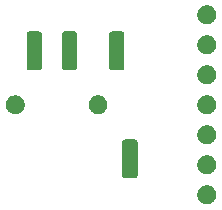
<source format=gbr>
G04 #@! TF.GenerationSoftware,KiCad,Pcbnew,(5.1.5)-3*
G04 #@! TF.CreationDate,2020-12-21T13:14:33+01:00*
G04 #@! TF.ProjectId,epimetheus_mpl3115a2,6570696d-6574-4686-9575-735f6d706c33,rev?*
G04 #@! TF.SameCoordinates,Original*
G04 #@! TF.FileFunction,Soldermask,Top*
G04 #@! TF.FilePolarity,Negative*
%FSLAX46Y46*%
G04 Gerber Fmt 4.6, Leading zero omitted, Abs format (unit mm)*
G04 Created by KiCad (PCBNEW (5.1.5)-3) date 2020-12-21 13:14:33*
%MOMM*%
%LPD*%
G04 APERTURE LIST*
%ADD10C,0.100000*%
G04 APERTURE END LIST*
D10*
G36*
X179815142Y-37826242D02*
G01*
X179963101Y-37887529D01*
X180096255Y-37976499D01*
X180209501Y-38089745D01*
X180298471Y-38222899D01*
X180359758Y-38370858D01*
X180391000Y-38527925D01*
X180391000Y-38688075D01*
X180359758Y-38845142D01*
X180298471Y-38993101D01*
X180209501Y-39126255D01*
X180096255Y-39239501D01*
X179963101Y-39328471D01*
X179815142Y-39389758D01*
X179658075Y-39421000D01*
X179497925Y-39421000D01*
X179340858Y-39389758D01*
X179192899Y-39328471D01*
X179059745Y-39239501D01*
X178946499Y-39126255D01*
X178857529Y-38993101D01*
X178796242Y-38845142D01*
X178765000Y-38688075D01*
X178765000Y-38527925D01*
X178796242Y-38370858D01*
X178857529Y-38222899D01*
X178946499Y-38089745D01*
X179059745Y-37976499D01*
X179192899Y-37887529D01*
X179340858Y-37826242D01*
X179497925Y-37795000D01*
X179658075Y-37795000D01*
X179815142Y-37826242D01*
G37*
G36*
X173512192Y-33914646D02*
G01*
X173561414Y-33929578D01*
X173606778Y-33953826D01*
X173646542Y-33986458D01*
X173679174Y-34026222D01*
X173703422Y-34071586D01*
X173718354Y-34120808D01*
X173724000Y-34178140D01*
X173724000Y-36941860D01*
X173718354Y-36999192D01*
X173703422Y-37048414D01*
X173679174Y-37093778D01*
X173646542Y-37133542D01*
X173606778Y-37166174D01*
X173561414Y-37190422D01*
X173512192Y-37205354D01*
X173454860Y-37211000D01*
X172691140Y-37211000D01*
X172633808Y-37205354D01*
X172584586Y-37190422D01*
X172539222Y-37166174D01*
X172499458Y-37133542D01*
X172466826Y-37093778D01*
X172442578Y-37048414D01*
X172427646Y-36999192D01*
X172422000Y-36941860D01*
X172422000Y-34178140D01*
X172427646Y-34120808D01*
X172442578Y-34071586D01*
X172466826Y-34026222D01*
X172499458Y-33986458D01*
X172539222Y-33953826D01*
X172584586Y-33929578D01*
X172633808Y-33914646D01*
X172691140Y-33909000D01*
X173454860Y-33909000D01*
X173512192Y-33914646D01*
G37*
G36*
X179815142Y-35286242D02*
G01*
X179963101Y-35347529D01*
X180096255Y-35436499D01*
X180209501Y-35549745D01*
X180298471Y-35682899D01*
X180359758Y-35830858D01*
X180391000Y-35987925D01*
X180391000Y-36148075D01*
X180359758Y-36305142D01*
X180298471Y-36453101D01*
X180209501Y-36586255D01*
X180096255Y-36699501D01*
X179963101Y-36788471D01*
X179815142Y-36849758D01*
X179658075Y-36881000D01*
X179497925Y-36881000D01*
X179340858Y-36849758D01*
X179192899Y-36788471D01*
X179059745Y-36699501D01*
X178946499Y-36586255D01*
X178857529Y-36453101D01*
X178796242Y-36305142D01*
X178765000Y-36148075D01*
X178765000Y-35987925D01*
X178796242Y-35830858D01*
X178857529Y-35682899D01*
X178946499Y-35549745D01*
X179059745Y-35436499D01*
X179192899Y-35347529D01*
X179340858Y-35286242D01*
X179497925Y-35255000D01*
X179658075Y-35255000D01*
X179815142Y-35286242D01*
G37*
G36*
X179815142Y-32746242D02*
G01*
X179963101Y-32807529D01*
X180096255Y-32896499D01*
X180209501Y-33009745D01*
X180298471Y-33142899D01*
X180359758Y-33290858D01*
X180391000Y-33447925D01*
X180391000Y-33608075D01*
X180359758Y-33765142D01*
X180298471Y-33913101D01*
X180209501Y-34046255D01*
X180096255Y-34159501D01*
X179963101Y-34248471D01*
X179815142Y-34309758D01*
X179658075Y-34341000D01*
X179497925Y-34341000D01*
X179340858Y-34309758D01*
X179192899Y-34248471D01*
X179059745Y-34159501D01*
X178946499Y-34046255D01*
X178857529Y-33913101D01*
X178796242Y-33765142D01*
X178765000Y-33608075D01*
X178765000Y-33447925D01*
X178796242Y-33290858D01*
X178857529Y-33142899D01*
X178946499Y-33009745D01*
X179059745Y-32896499D01*
X179192899Y-32807529D01*
X179340858Y-32746242D01*
X179497925Y-32715000D01*
X179658075Y-32715000D01*
X179815142Y-32746242D01*
G37*
G36*
X179815142Y-30206242D02*
G01*
X179963101Y-30267529D01*
X180096255Y-30356499D01*
X180209501Y-30469745D01*
X180298471Y-30602899D01*
X180359758Y-30750858D01*
X180391000Y-30907925D01*
X180391000Y-31068075D01*
X180359758Y-31225142D01*
X180298471Y-31373101D01*
X180209501Y-31506255D01*
X180096255Y-31619501D01*
X179963101Y-31708471D01*
X179815142Y-31769758D01*
X179658075Y-31801000D01*
X179497925Y-31801000D01*
X179340858Y-31769758D01*
X179192899Y-31708471D01*
X179059745Y-31619501D01*
X178946499Y-31506255D01*
X178857529Y-31373101D01*
X178796242Y-31225142D01*
X178765000Y-31068075D01*
X178765000Y-30907925D01*
X178796242Y-30750858D01*
X178857529Y-30602899D01*
X178946499Y-30469745D01*
X179059745Y-30356499D01*
X179192899Y-30267529D01*
X179340858Y-30206242D01*
X179497925Y-30175000D01*
X179658075Y-30175000D01*
X179815142Y-30206242D01*
G37*
G36*
X170606642Y-30217781D02*
G01*
X170752414Y-30278162D01*
X170752416Y-30278163D01*
X170883608Y-30365822D01*
X170995178Y-30477392D01*
X171079038Y-30602899D01*
X171082838Y-30608586D01*
X171143219Y-30754358D01*
X171174000Y-30909107D01*
X171174000Y-31066893D01*
X171143219Y-31221642D01*
X171082838Y-31367414D01*
X171082837Y-31367416D01*
X170995178Y-31498608D01*
X170883608Y-31610178D01*
X170752416Y-31697837D01*
X170752415Y-31697838D01*
X170752414Y-31697838D01*
X170606642Y-31758219D01*
X170451893Y-31789000D01*
X170294107Y-31789000D01*
X170139358Y-31758219D01*
X169993586Y-31697838D01*
X169993585Y-31697838D01*
X169993584Y-31697837D01*
X169862392Y-31610178D01*
X169750822Y-31498608D01*
X169663163Y-31367416D01*
X169663162Y-31367414D01*
X169602781Y-31221642D01*
X169572000Y-31066893D01*
X169572000Y-30909107D01*
X169602781Y-30754358D01*
X169663162Y-30608586D01*
X169666962Y-30602899D01*
X169750822Y-30477392D01*
X169862392Y-30365822D01*
X169993584Y-30278163D01*
X169993586Y-30278162D01*
X170139358Y-30217781D01*
X170294107Y-30187000D01*
X170451893Y-30187000D01*
X170606642Y-30217781D01*
G37*
G36*
X163606642Y-30217781D02*
G01*
X163752414Y-30278162D01*
X163752416Y-30278163D01*
X163883608Y-30365822D01*
X163995178Y-30477392D01*
X164079038Y-30602899D01*
X164082838Y-30608586D01*
X164143219Y-30754358D01*
X164174000Y-30909107D01*
X164174000Y-31066893D01*
X164143219Y-31221642D01*
X164082838Y-31367414D01*
X164082837Y-31367416D01*
X163995178Y-31498608D01*
X163883608Y-31610178D01*
X163752416Y-31697837D01*
X163752415Y-31697838D01*
X163752414Y-31697838D01*
X163606642Y-31758219D01*
X163451893Y-31789000D01*
X163294107Y-31789000D01*
X163139358Y-31758219D01*
X162993586Y-31697838D01*
X162993585Y-31697838D01*
X162993584Y-31697837D01*
X162862392Y-31610178D01*
X162750822Y-31498608D01*
X162663163Y-31367416D01*
X162663162Y-31367414D01*
X162602781Y-31221642D01*
X162572000Y-31066893D01*
X162572000Y-30909107D01*
X162602781Y-30754358D01*
X162663162Y-30608586D01*
X162666962Y-30602899D01*
X162750822Y-30477392D01*
X162862392Y-30365822D01*
X162993584Y-30278163D01*
X162993586Y-30278162D01*
X163139358Y-30217781D01*
X163294107Y-30187000D01*
X163451893Y-30187000D01*
X163606642Y-30217781D01*
G37*
G36*
X179815142Y-27666242D02*
G01*
X179963101Y-27727529D01*
X180096255Y-27816499D01*
X180209501Y-27929745D01*
X180298471Y-28062899D01*
X180359758Y-28210858D01*
X180391000Y-28367925D01*
X180391000Y-28528075D01*
X180359758Y-28685142D01*
X180298471Y-28833101D01*
X180209501Y-28966255D01*
X180096255Y-29079501D01*
X179963101Y-29168471D01*
X179815142Y-29229758D01*
X179658075Y-29261000D01*
X179497925Y-29261000D01*
X179340858Y-29229758D01*
X179192899Y-29168471D01*
X179059745Y-29079501D01*
X178946499Y-28966255D01*
X178857529Y-28833101D01*
X178796242Y-28685142D01*
X178765000Y-28528075D01*
X178765000Y-28367925D01*
X178796242Y-28210858D01*
X178857529Y-28062899D01*
X178946499Y-27929745D01*
X179059745Y-27816499D01*
X179192899Y-27727529D01*
X179340858Y-27666242D01*
X179497925Y-27635000D01*
X179658075Y-27635000D01*
X179815142Y-27666242D01*
G37*
G36*
X165412192Y-24770646D02*
G01*
X165461414Y-24785578D01*
X165506778Y-24809826D01*
X165546542Y-24842458D01*
X165579174Y-24882222D01*
X165603422Y-24927586D01*
X165618354Y-24976808D01*
X165624000Y-25034140D01*
X165624000Y-27797860D01*
X165618354Y-27855192D01*
X165603422Y-27904414D01*
X165579174Y-27949778D01*
X165546542Y-27989542D01*
X165506778Y-28022174D01*
X165461414Y-28046422D01*
X165412192Y-28061354D01*
X165354860Y-28067000D01*
X164591140Y-28067000D01*
X164533808Y-28061354D01*
X164484586Y-28046422D01*
X164439222Y-28022174D01*
X164399458Y-27989542D01*
X164366826Y-27949778D01*
X164342578Y-27904414D01*
X164327646Y-27855192D01*
X164322000Y-27797860D01*
X164322000Y-25034140D01*
X164327646Y-24976808D01*
X164342578Y-24927586D01*
X164366826Y-24882222D01*
X164399458Y-24842458D01*
X164439222Y-24809826D01*
X164484586Y-24785578D01*
X164533808Y-24770646D01*
X164591140Y-24765000D01*
X165354860Y-24765000D01*
X165412192Y-24770646D01*
G37*
G36*
X168412192Y-24770646D02*
G01*
X168461414Y-24785578D01*
X168506778Y-24809826D01*
X168546542Y-24842458D01*
X168579174Y-24882222D01*
X168603422Y-24927586D01*
X168618354Y-24976808D01*
X168624000Y-25034140D01*
X168624000Y-27797860D01*
X168618354Y-27855192D01*
X168603422Y-27904414D01*
X168579174Y-27949778D01*
X168546542Y-27989542D01*
X168506778Y-28022174D01*
X168461414Y-28046422D01*
X168412192Y-28061354D01*
X168354860Y-28067000D01*
X167591140Y-28067000D01*
X167533808Y-28061354D01*
X167484586Y-28046422D01*
X167439222Y-28022174D01*
X167399458Y-27989542D01*
X167366826Y-27949778D01*
X167342578Y-27904414D01*
X167327646Y-27855192D01*
X167322000Y-27797860D01*
X167322000Y-25034140D01*
X167327646Y-24976808D01*
X167342578Y-24927586D01*
X167366826Y-24882222D01*
X167399458Y-24842458D01*
X167439222Y-24809826D01*
X167484586Y-24785578D01*
X167533808Y-24770646D01*
X167591140Y-24765000D01*
X168354860Y-24765000D01*
X168412192Y-24770646D01*
G37*
G36*
X172397192Y-24770646D02*
G01*
X172446414Y-24785578D01*
X172491778Y-24809826D01*
X172531542Y-24842458D01*
X172564174Y-24882222D01*
X172588422Y-24927586D01*
X172603354Y-24976808D01*
X172609000Y-25034140D01*
X172609000Y-27797860D01*
X172603354Y-27855192D01*
X172588422Y-27904414D01*
X172564174Y-27949778D01*
X172531542Y-27989542D01*
X172491778Y-28022174D01*
X172446414Y-28046422D01*
X172397192Y-28061354D01*
X172339860Y-28067000D01*
X171576140Y-28067000D01*
X171518808Y-28061354D01*
X171469586Y-28046422D01*
X171424222Y-28022174D01*
X171384458Y-27989542D01*
X171351826Y-27949778D01*
X171327578Y-27904414D01*
X171312646Y-27855192D01*
X171307000Y-27797860D01*
X171307000Y-25034140D01*
X171312646Y-24976808D01*
X171327578Y-24927586D01*
X171351826Y-24882222D01*
X171384458Y-24842458D01*
X171424222Y-24809826D01*
X171469586Y-24785578D01*
X171518808Y-24770646D01*
X171576140Y-24765000D01*
X172339860Y-24765000D01*
X172397192Y-24770646D01*
G37*
G36*
X179815142Y-25126242D02*
G01*
X179963101Y-25187529D01*
X180096255Y-25276499D01*
X180209501Y-25389745D01*
X180298471Y-25522899D01*
X180359758Y-25670858D01*
X180391000Y-25827925D01*
X180391000Y-25988075D01*
X180359758Y-26145142D01*
X180298471Y-26293101D01*
X180209501Y-26426255D01*
X180096255Y-26539501D01*
X179963101Y-26628471D01*
X179815142Y-26689758D01*
X179658075Y-26721000D01*
X179497925Y-26721000D01*
X179340858Y-26689758D01*
X179192899Y-26628471D01*
X179059745Y-26539501D01*
X178946499Y-26426255D01*
X178857529Y-26293101D01*
X178796242Y-26145142D01*
X178765000Y-25988075D01*
X178765000Y-25827925D01*
X178796242Y-25670858D01*
X178857529Y-25522899D01*
X178946499Y-25389745D01*
X179059745Y-25276499D01*
X179192899Y-25187529D01*
X179340858Y-25126242D01*
X179497925Y-25095000D01*
X179658075Y-25095000D01*
X179815142Y-25126242D01*
G37*
G36*
X179815142Y-22586242D02*
G01*
X179963101Y-22647529D01*
X180096255Y-22736499D01*
X180209501Y-22849745D01*
X180298471Y-22982899D01*
X180359758Y-23130858D01*
X180391000Y-23287925D01*
X180391000Y-23448075D01*
X180359758Y-23605142D01*
X180298471Y-23753101D01*
X180209501Y-23886255D01*
X180096255Y-23999501D01*
X179963101Y-24088471D01*
X179815142Y-24149758D01*
X179658075Y-24181000D01*
X179497925Y-24181000D01*
X179340858Y-24149758D01*
X179192899Y-24088471D01*
X179059745Y-23999501D01*
X178946499Y-23886255D01*
X178857529Y-23753101D01*
X178796242Y-23605142D01*
X178765000Y-23448075D01*
X178765000Y-23287925D01*
X178796242Y-23130858D01*
X178857529Y-22982899D01*
X178946499Y-22849745D01*
X179059745Y-22736499D01*
X179192899Y-22647529D01*
X179340858Y-22586242D01*
X179497925Y-22555000D01*
X179658075Y-22555000D01*
X179815142Y-22586242D01*
G37*
M02*

</source>
